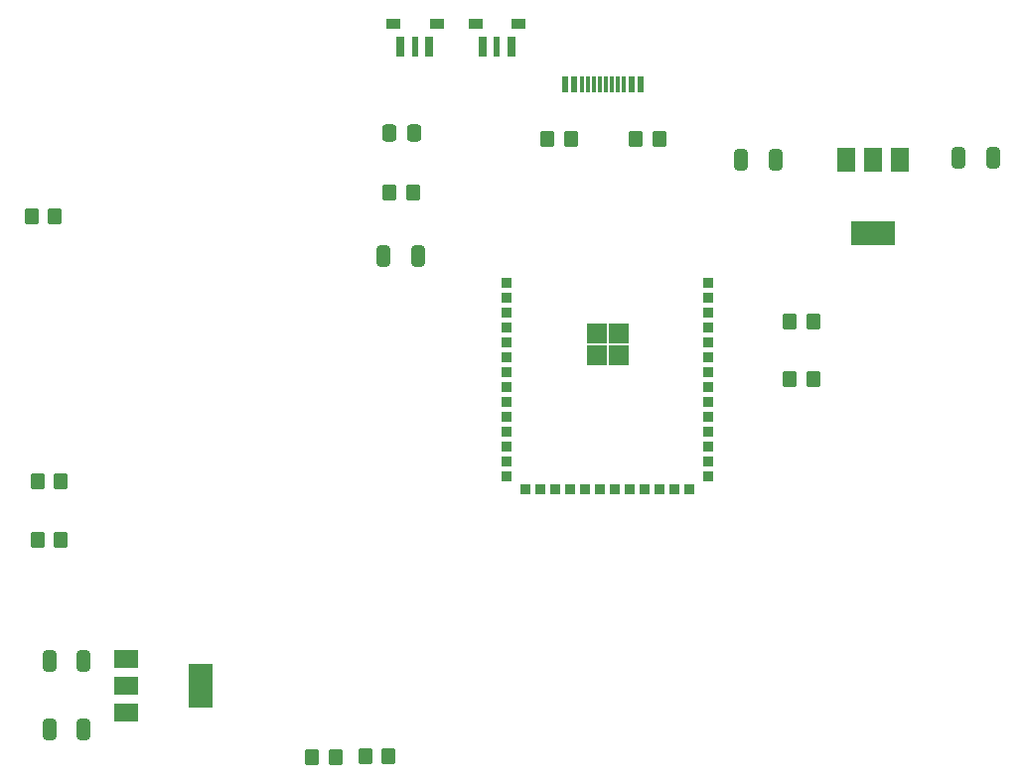
<source format=gbr>
%TF.GenerationSoftware,KiCad,Pcbnew,7.0.8*%
%TF.CreationDate,2023-10-07T23:20:30+02:00*%
%TF.ProjectId,FC_Wheel_PCB,46435f57-6865-4656-9c5f-5043422e6b69,rev?*%
%TF.SameCoordinates,Original*%
%TF.FileFunction,Paste,Top*%
%TF.FilePolarity,Positive*%
%FSLAX46Y46*%
G04 Gerber Fmt 4.6, Leading zero omitted, Abs format (unit mm)*
G04 Created by KiCad (PCBNEW 7.0.8) date 2023-10-07 23:20:30*
%MOMM*%
%LPD*%
G01*
G04 APERTURE LIST*
G04 Aperture macros list*
%AMRoundRect*
0 Rectangle with rounded corners*
0 $1 Rounding radius*
0 $2 $3 $4 $5 $6 $7 $8 $9 X,Y pos of 4 corners*
0 Add a 4 corners polygon primitive as box body*
4,1,4,$2,$3,$4,$5,$6,$7,$8,$9,$2,$3,0*
0 Add four circle primitives for the rounded corners*
1,1,$1+$1,$2,$3*
1,1,$1+$1,$4,$5*
1,1,$1+$1,$6,$7*
1,1,$1+$1,$8,$9*
0 Add four rect primitives between the rounded corners*
20,1,$1+$1,$2,$3,$4,$5,0*
20,1,$1+$1,$4,$5,$6,$7,0*
20,1,$1+$1,$6,$7,$8,$9,0*
20,1,$1+$1,$8,$9,$2,$3,0*%
G04 Aperture macros list end*
%ADD10RoundRect,0.250000X-0.325000X-0.650000X0.325000X-0.650000X0.325000X0.650000X-0.325000X0.650000X0*%
%ADD11RoundRect,0.250000X0.350000X0.450000X-0.350000X0.450000X-0.350000X-0.450000X0.350000X-0.450000X0*%
%ADD12RoundRect,0.250000X-0.350000X-0.450000X0.350000X-0.450000X0.350000X0.450000X-0.350000X0.450000X0*%
%ADD13R,0.750000X1.800000*%
%ADD14R,0.600000X1.800000*%
%ADD15R,1.300000X0.900000*%
%ADD16R,1.500000X2.000000*%
%ADD17R,3.800000X2.000000*%
%ADD18R,0.838200X0.889000*%
%ADD19R,0.889000X0.838200*%
%ADD20R,0.600000X1.450000*%
%ADD21R,0.300000X1.450000*%
%ADD22RoundRect,0.250000X-0.337500X-0.475000X0.337500X-0.475000X0.337500X0.475000X-0.337500X0.475000X0*%
%ADD23R,2.000000X1.500000*%
%ADD24R,2.000000X3.800000*%
G04 APERTURE END LIST*
%TO.C,U2*%
G36*
X130458000Y-97208000D02*
G01*
X128803800Y-97208000D01*
X128803800Y-95553800D01*
X130458000Y-95553800D01*
X130458000Y-97208000D01*
G37*
G36*
X130458000Y-99062200D02*
G01*
X128803800Y-99062200D01*
X128803800Y-97408000D01*
X130458000Y-97408000D01*
X130458000Y-99062200D01*
G37*
G36*
X132312200Y-97208000D02*
G01*
X130658000Y-97208000D01*
X130658000Y-95553800D01*
X132312200Y-95553800D01*
X132312200Y-97208000D01*
G37*
G36*
X132312200Y-99062200D02*
G01*
X130658000Y-99062200D01*
X130658000Y-97408000D01*
X132312200Y-97408000D01*
X132312200Y-99062200D01*
G37*
%TD*%
D10*
%TO.C,C5*%
X141950000Y-81585000D03*
X144900000Y-81585000D03*
%TD*%
D11*
%TO.C,R_bat1*%
X148065000Y-100275000D03*
X146065000Y-100275000D03*
%TD*%
D12*
%TO.C,R10*%
X111935000Y-84375000D03*
X113935000Y-84375000D03*
%TD*%
D13*
%TO.C,S1*%
X122350000Y-71926000D03*
D14*
X121125000Y-71926000D03*
D13*
X119900000Y-71926000D03*
D15*
X122975000Y-69975000D03*
X119275000Y-69975000D03*
%TD*%
D10*
%TO.C,C7*%
X82950000Y-124285000D03*
X85900000Y-124285000D03*
%TD*%
D16*
%TO.C,U6*%
X155475000Y-81535000D03*
X153175000Y-81535000D03*
D17*
X153175000Y-87835000D03*
D16*
X150875000Y-81535000D03*
%TD*%
D12*
%TO.C,R12*%
X132935000Y-79775000D03*
X134935000Y-79775000D03*
%TD*%
D10*
%TO.C,C2*%
X111450000Y-89735000D03*
X114400000Y-89735000D03*
%TD*%
D11*
%TO.C,R2*%
X83935000Y-113975000D03*
X81935000Y-113975000D03*
%TD*%
D12*
%TO.C,R9*%
X81435000Y-86425000D03*
X83435000Y-86425000D03*
%TD*%
D11*
%TO.C,R1*%
X83935000Y-109025000D03*
X81935000Y-109025000D03*
%TD*%
D18*
%TO.C,U2*%
X121977100Y-92054300D03*
X121977100Y-93324300D03*
X121977100Y-94594300D03*
X121977100Y-95864300D03*
X121977100Y-97134300D03*
X121977100Y-98404300D03*
X121977100Y-99674300D03*
X121977100Y-100944300D03*
X121977100Y-102214300D03*
X121977100Y-103484300D03*
X121977100Y-104754300D03*
X121977100Y-106024300D03*
X121977100Y-107294300D03*
X121977100Y-108564300D03*
D19*
X123573000Y-109638900D03*
X124843000Y-109638900D03*
X126113000Y-109638900D03*
X127383000Y-109638900D03*
X128653000Y-109638900D03*
X129923000Y-109638900D03*
X131193000Y-109638900D03*
X132463000Y-109638900D03*
X133733000Y-109638900D03*
X135003000Y-109638900D03*
X136273000Y-109638900D03*
X137543000Y-109638900D03*
D18*
X139138900Y-108564300D03*
X139138900Y-107294300D03*
X139138900Y-106024300D03*
X139138900Y-104754300D03*
X139138900Y-103484300D03*
X139138900Y-102214300D03*
X139138900Y-100944300D03*
X139138900Y-99674300D03*
X139138900Y-98404300D03*
X139138900Y-97134300D03*
X139138900Y-95864300D03*
X139138900Y-94594300D03*
X139138900Y-93324300D03*
X139138900Y-92054300D03*
%TD*%
D10*
%TO.C,C9*%
X82950000Y-130135000D03*
X85900000Y-130135000D03*
%TD*%
D20*
%TO.C,J1*%
X133405000Y-75090000D03*
X132605000Y-75090000D03*
D21*
X131905000Y-75090000D03*
X130905000Y-75090000D03*
X129405000Y-75090000D03*
X128405000Y-75090000D03*
D20*
X127705000Y-75090000D03*
X126905000Y-75090000D03*
X126905000Y-75090000D03*
X127705000Y-75090000D03*
D21*
X128905000Y-75090000D03*
X129905000Y-75090000D03*
X130405000Y-75090000D03*
X131405000Y-75090000D03*
D20*
X132605000Y-75090000D03*
X133405000Y-75090000D03*
%TD*%
D22*
%TO.C,C8*%
X111967500Y-79315000D03*
X114042500Y-79315000D03*
%TD*%
D11*
%TO.C,R_bat2*%
X148065000Y-95325000D03*
X146065000Y-95325000D03*
%TD*%
D13*
%TO.C,S2*%
X115350000Y-71927000D03*
D14*
X114125000Y-71927000D03*
D13*
X112900000Y-71927000D03*
D15*
X115975000Y-69976000D03*
X112275000Y-69976000D03*
%TD*%
D10*
%TO.C,C6*%
X160450000Y-81435000D03*
X163400000Y-81435000D03*
%TD*%
D23*
%TO.C,U7*%
X89525000Y-124135000D03*
X89525000Y-126435000D03*
D24*
X95825000Y-126435000D03*
D23*
X89525000Y-128735000D03*
%TD*%
D12*
%TO.C,R4*%
X109875000Y-132475000D03*
X111875000Y-132475000D03*
%TD*%
%TO.C,R11*%
X125435000Y-79825000D03*
X127435000Y-79825000D03*
%TD*%
%TO.C,R3*%
X105375000Y-132525000D03*
X107375000Y-132525000D03*
%TD*%
M02*

</source>
